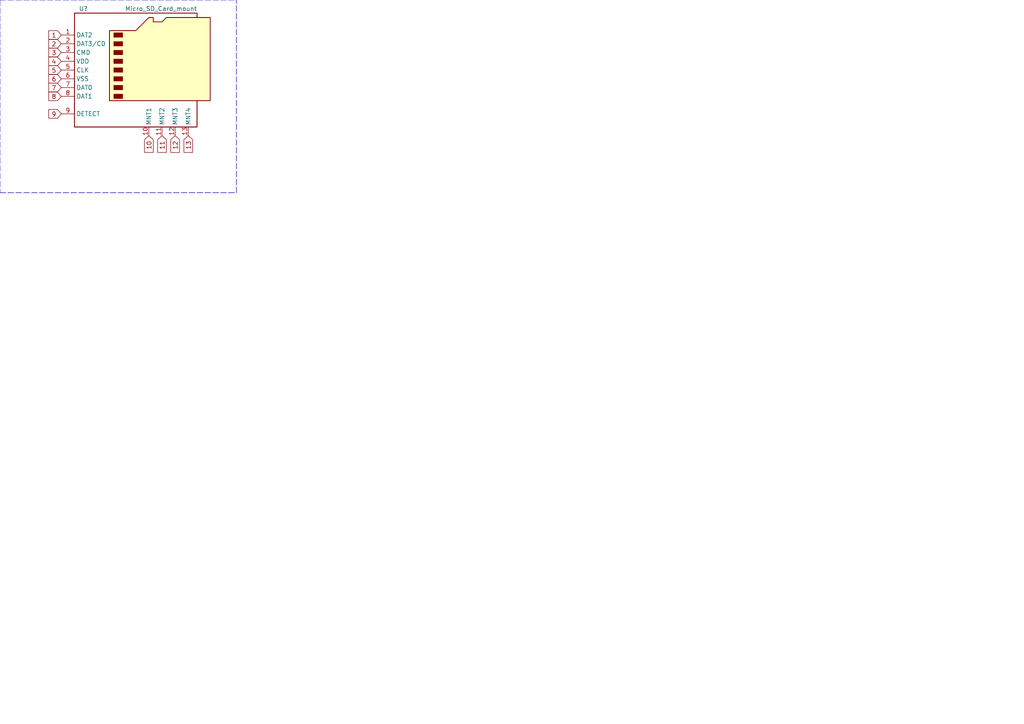
<source format=kicad_sch>
(kicad_sch (version 20201015) (generator eeschema)
  (paper "A4")
  (lib_symbols
    (symbol "sd_card:Micro_SD_Card_mount"
      (property "Reference" "U" (at -19.05 15.24 0))
      (property "Value" "Micro_SD_Card_mount" (at 15.24 15.24 0))
      (symbol "Micro_SD_Card_mount_0_1"
        (rectangle (start -8.89 -9.525) (end -6.35 -10.795) (fill (type outline)))
        (rectangle (start -8.89 -6.985) (end -6.35 -8.255) (fill (type outline)))
        (rectangle (start -8.89 -4.445) (end -6.35 -5.715) (fill (type outline)))
        (rectangle (start -8.89 -1.905) (end -6.35 -3.175) (fill (type outline)))
        (rectangle (start -8.89 0.635) (end -6.35 -0.635) (fill (type outline)))
        (rectangle (start -8.89 3.175) (end -6.35 1.905) (fill (type outline)))
        (rectangle (start -8.89 5.715) (end -6.35 4.445) (fill (type outline)))
        (rectangle (start -8.89 8.255) (end -6.35 6.985) (fill (type outline)))
        (polyline (pts (xy 15.24 12.7) (xy 15.24 13.97) (xy -20.32 13.97) (xy -20.32 -19.05) (xy 15.24 -19.05) (xy 15.24 -11.43)) (stroke (width 0.254)))
        (polyline (pts (xy -10.16 -11.43) (xy -10.16 8.89) (xy -2.54 8.89) (xy 1.27 12.7) (xy 2.54 12.7) (xy 2.54 11.43) (xy 5.08 11.43) (xy 6.35 12.7) (xy 19.05 12.7) (xy 19.05 -11.43) (xy -10.16 -11.43)) (stroke (width 0.254)) (fill (type background)))
      )
      (symbol "Micro_SD_Card_mount_1_1"
        (pin bidirectional line (at -24.13 7.62 0) (length 3.81) (name "DAT2") (number "1"))
        (pin bidirectional line (at -24.13 5.08 0) (length 3.81) (name "DAT3/CD") (number "2"))
        (pin input line (at -24.13 2.54 0) (length 3.81) (name "CMD") (number "3"))
        (pin power_in line (at -24.13 0 0) (length 3.81) (name "VDD") (number "4"))
        (pin input line (at -24.13 -2.54 0) (length 3.81) (name "CLK") (number "5"))
        (pin power_in line (at -24.13 -5.08 0) (length 3.81) (name "VSS") (number "6"))
        (pin bidirectional line (at -24.13 -7.62 0) (length 3.81) (name "DAT0") (number "7"))
        (pin bidirectional line (at -24.13 -10.16 0) (length 3.81) (name "DAT1") (number "8"))
        (pin unspecified line (at 1.27 -21.59 90) (length 2.54) (name "MNT1") (number "10"))
        (pin unspecified line (at 5.08 -21.59 90) (length 2.54) (name "MNT2") (number "11"))
        (pin unspecified line (at 8.89 -21.59 90) (length 2.54) (name "MNT3") (number "12"))
        (pin unspecified line (at 12.7 -21.59 90) (length 2.54) (name "MNT4") (number "13"))
        (pin bidirectional line (at -24.13 -15.24 0) (length 3.81) (name "DETECT") (number "9"))
      )
    )
  )
  (polyline (pts (xy 0 0) (xy 0 55.88)) (stroke (width 0) (type dash)))
  (polyline (pts (xy 0 0) (xy 68.58 0)) (stroke (width 0) (type dash)))
  (polyline (pts (xy 0 55.88) (xy 68.58 55.88)) (stroke (width 0) (type dash)))
  (polyline (pts (xy 68.58 55.88) (xy 68.58 0)) (stroke (width 0) (type dash)))
  (text "D U7\nF .*\nV .*" (at 0 0 0) (effects (font (size 1.27 1.27)) (justify left bottom)))
  (global_label "1" (shape input) (at 17.78 10.16 180) (property "Intersheet References" "${INTERSHEET_REFS}" (effects hide)))
  (global_label "2" (shape input) (at 17.78 12.7 180) (property "Intersheet References" "${INTERSHEET_REFS}" (effects hide)))
  (global_label "3" (shape input) (at 17.78 15.24 180) (property "Intersheet References" "${INTERSHEET_REFS}" (effects hide)))
  (global_label "4" (shape input) (at 17.78 17.78 180) (property "Intersheet References" "${INTERSHEET_REFS}" (effects hide)))
  (global_label "5" (shape input) (at 17.78 20.32 180) (property "Intersheet References" "${INTERSHEET_REFS}" (effects hide)))
  (global_label "6" (shape input) (at 17.78 22.86 180) (property "Intersheet References" "${INTERSHEET_REFS}" (effects hide)))
  (global_label "7" (shape input) (at 17.78 25.4 180) (property "Intersheet References" "${INTERSHEET_REFS}" (effects hide)))
  (global_label "8" (shape input) (at 17.78 27.94 180) (property "Intersheet References" "${INTERSHEET_REFS}" (effects hide)))
  (global_label "9" (shape input) (at 17.78 33.02 180) (property "Intersheet References" "${INTERSHEET_REFS}" (effects hide)))
  (global_label "10" (shape input) (at 43.18 39.37 270) (property "Intersheet References" "${INTERSHEET_REFS}" (effects hide)))
  (global_label "11" (shape input) (at 46.99 39.37 270) (property "Intersheet References" "${INTERSHEET_REFS}" (effects hide)))
  (global_label "12" (shape input) (at 50.8 39.37 270) (property "Intersheet References" "${INTERSHEET_REFS}" (effects hide)))
  (global_label "13" (shape input) (at 54.61 39.37 270) (property "Intersheet References" "${INTERSHEET_REFS}" (effects hide)))
  (symbol (lib_id "sd_card:Micro_SD_Card_mount") (at 41.91 17.78 0) (unit 1)
    (property "Reference" "U?" (at 22.86 2.54 0) (effects (justify left)))
    (property "Value" "Micro_SD_Card_mount" (at 57.15 2.54 0) (effects (justify right)))
  )
)
</source>
